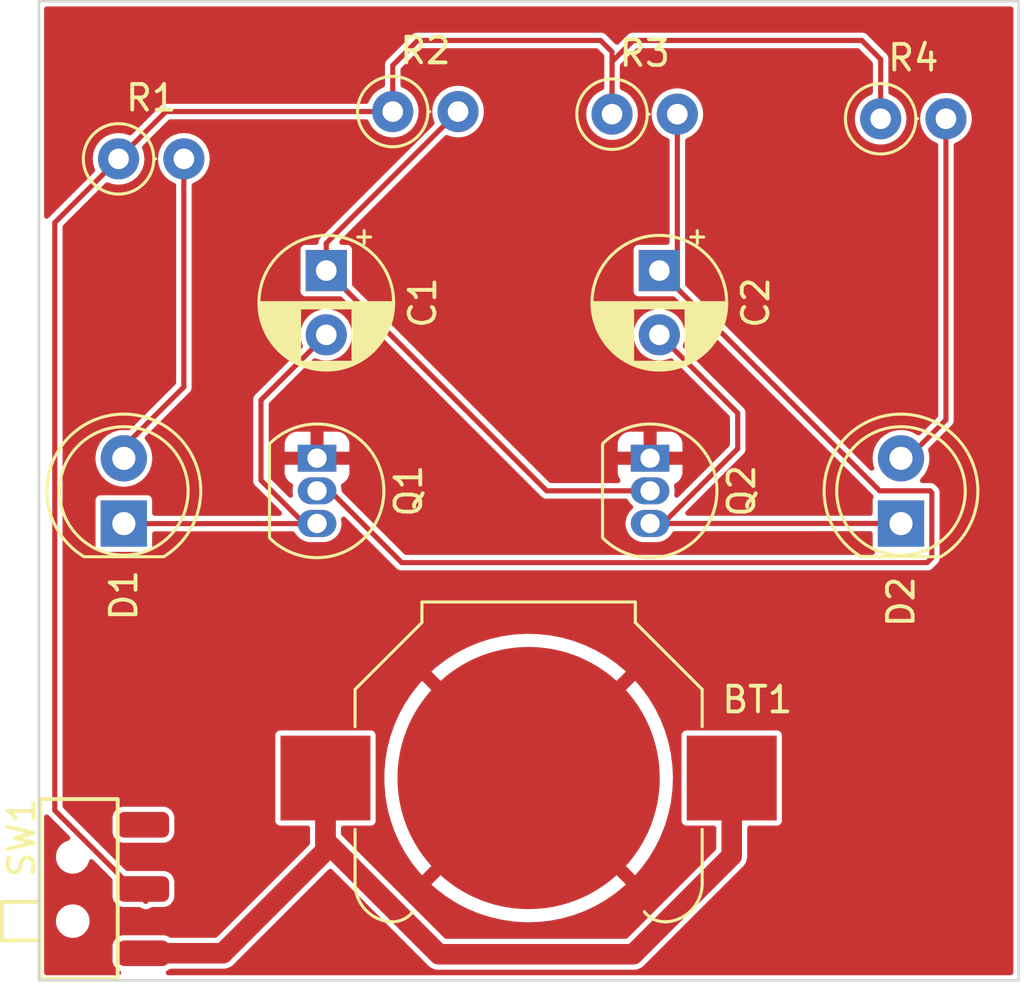
<source format=kicad_pcb>
(kicad_pcb (version 20211014) (generator pcbnew)
  (layers (0 "F.Cu" signal) (31 "B.Cu" signal) (34 "B.Paste" user) (35 "F.Paste" user) (36 "B.SilkS" user "B.Silkscreen") (37 "F.SilkS" user "F.Silkscreen") (38 "B.Mask" user) (39 "F.Mask" user) (44 "Edge.Cuts" user))
  (net 0 "")
  (net 1 "Net-(BT1-Pad1)")
  (net 2 "GND")
  (net 3 "Net-(C1-Pad1)")
  (net 4 "Net-(C1-Pad2)")
  (net 5 "Net-(C2-Pad2)")
  (net 6 "Net-(D1-Pad2)")
  (net 7 "Net-(D2-Pad2)")
  (net 8 "Net-(R1-Pad1)")
  (net 9 "Net-(C2-Pad1)")
  (footprint "LED_THT:LED_D5.0mm" (layer "F.Cu") (at 160.528 96.017 90)
    (fp_text reference "D2" (at -3.043 0 90) (layer "F.SilkS"))
    (fp_text value "LED")
    (fp_line (start -1.29 -1.545) (end -1.29 1.545) (layer "F.SilkS") (width 0.12))
    (fp_arc (start -1.29 -1.54483) (mid 2.072002 -2.880433) (end 4.26 0.000462) (layer "F.SilkS") (width 0.12))
    (fp_arc (start 4.26 -0.000462) (mid 2.072002 2.880433) (end -1.29 1.54483) (layer "F.SilkS") (width 0.12))
    (fp_circle (center 1.27 0) (end 3.77 0) (layer "F.SilkS") (width 0.12) (fill none))
    (pad "1" thru_hole rect (at 0 0 90) (size 1.8 1.8) (drill 0.9) (layers *.Cu *.Mask) (net 5 "Net-(C2-Pad2)"))
    (pad "2" thru_hole circle (at 2.54 0 90) (size 1.8 1.8) (drill 0.9) (layers *.Cu *.Mask) (net 7 "Net-(D2-Pad2)"))
  )
  (footprint "Resistor_THT:R_Axial_DIN0207_L6.3mm_D2.5mm_P2.54mm_Vertical" (layer "F.Cu") (at 149.29 80.084)
    (fp_text reference "R3" (at 1.27 -2.37) (layer "F.SilkS"))
    (fp_text value "100kΩ")
    (fp_line (start 1.37 0) (end 1.44 0) (layer "F.SilkS") (width 0.12))
    (fp_circle (center 0 0) (end 1.37 0) (layer "F.SilkS") (width 0.12) (fill none))
    (pad "1" thru_hole circle (at 0 0) (size 1.6 1.6) (drill 0.8) (layers *.Cu *.Mask) (net 8 "Net-(R1-Pad1)"))
    (pad "2" thru_hole oval (at 2.54 0) (size 1.6 1.6) (drill 0.8) (layers *.Cu *.Mask) (net 9 "Net-(C2-Pad1)"))
  )
  (footprint "Blinky_ZAM:SSK-1202" (layer "F.Cu") (at 131.0636 110.236 90)
    (fp_text reference "SW1" (at 1.99 -4.73 90 unlocked) (layer "F.SilkS"))
    (fp_text value "SW_SPST")
    (fp_rect (start -2 -5.499999) (end -0.5 -4) (layer "F.SilkS") (width 0.1524) (fill none))
    (fp_rect (start -3.500001 -1) (end 3.500001 -4) (layer "F.SilkS") (width 0.1524) (fill none))
    (pad "" np_thru_hole circle (at -1.25 -2.75 90) (size 0.8 0.8) (drill 0.8) (layers F&B.Cu *.Mask))
    (pad "" np_thru_hole circle (at 1.25 -2.75 90) (size 0.8 0.8) (drill 0.8) (layers F&B.Cu *.Mask))
    (pad "1" smd roundrect (at -2.5 0 90) (size 1 2) (layers "F.Cu" "F.Paste" "F.Mask") (net 1 "Net-(BT1-Pad1)"))
    (pad "2" smd roundrect (at 0 0 90) (size 1 2) (layers "F.Cu" "F.Paste" "F.Mask") (net 8 "Net-(R1-Pad1)"))
    (pad "3" smd roundrect (at 2.5 0 90) (size 1 2) (layers "F.Cu" "F.Paste" "F.Mask"))
  )
  (footprint "Package_TO_SOT_THT:TO-92_Inline" (layer "F.Cu") (at 150.77 93.472 -90)
    (fp_text reference "Q2" (at 1.27 -3.56 90) (layer "F.SilkS"))
    (fp_text value "2N3904")
    (fp_line (start -0.53 1.85) (end 3.07 1.85) (layer "F.SilkS") (width 0.12))
    (fp_arc (start 1.27 -2.6) (mid 3.672087 -0.994977) (end 3.108478 1.838478) (layer "F.SilkS") (width 0.12))
    (fp_arc (start -0.568478 1.838478) (mid -1.132087 -0.994977) (end 1.27 -2.6) (layer "F.SilkS") (width 0.12))
    (pad "1" thru_hole rect (at 0 0 270) (size 1.05 1.5) (drill 0.75) (layers *.Cu *.Mask) (net 2 "GND"))
    (pad "2" thru_hole oval (at 1.27 0 270) (size 1.05 1.5) (drill 0.75) (layers *.Cu *.Mask) (net 3 "Net-(C1-Pad1)"))
    (pad "3" thru_hole oval (at 2.54 0 270) (size 1.05 1.5) (drill 0.75) (layers *.Cu *.Mask) (net 5 "Net-(C2-Pad2)"))
  )
  (footprint "Resistor_THT:R_Axial_DIN0207_L6.3mm_D2.5mm_P2.54mm_Vertical" (layer "F.Cu") (at 159.737 80.264)
    (fp_text reference "R4" (at 1.27 -2.37) (layer "F.SilkS"))
    (fp_text value "220Ω")
    (fp_line (start 1.37 0) (end 1.44 0) (layer "F.SilkS") (width 0.12))
    (fp_circle (center 0 0) (end 1.37 0) (layer "F.SilkS") (width 0.12) (fill none))
    (pad "1" thru_hole circle (at 0 0) (size 1.6 1.6) (drill 0.8) (layers *.Cu *.Mask) (net 8 "Net-(R1-Pad1)"))
    (pad "2" thru_hole oval (at 2.54 0) (size 1.6 1.6) (drill 0.8) (layers *.Cu *.Mask) (net 7 "Net-(D2-Pad2)"))
  )
  (footprint "Capacitor_THT:CP_Radial_D5.0mm_P2.50mm" (layer "F.Cu") (at 138.176 86.170888 -90)
    (fp_text reference "C1" (at 1.25 -3.75 90) (layer "F.SilkS"))
    (fp_text value "10μF")
    (fp_line (start 3.331 -1.554) (end 3.331 -1.04) (layer "F.SilkS") (width 0.12))
    (fp_line (start 2.211 -2.398) (end 2.211 -1.04) (layer "F.SilkS") (width 0.12))
    (fp_line (start 3.131 1.04) (end 3.131 1.785) (layer "F.SilkS") (width 0.12))
    (fp_line (start 1.41 -2.576) (end 1.41 2.576) (layer "F.SilkS") (width 0.12))
    (fp_line (start 1.61 -2.556) (end 1.61 -1.04) (layer "F.SilkS") (width 0.12))
    (fp_line (start 2.131 1.04) (end 2.131 2.428) (layer "F.SilkS") (width 0.12))
    (fp_line (start 2.451 1.04) (end 2.451 2.29) (layer "F.SilkS") (width 0.12))
    (fp_line (start 1.89 1.04) (end 1.89 2.501) (layer "F.SilkS") (width 0.12))
    (fp_line (start 1.33 -2.579) (end 1.33 2.579) (layer "F.SilkS") (width 0.12))
    (fp_line (start 2.491 1.04) (end 2.491 2.268) (layer "F.SilkS") (width 0.12))
    (fp_line (start 1.73 -2.536) (end 1.73 -1.04) (layer "F.SilkS") (width 0.12))
    (fp_line (start 1.89 -2.501) (end 1.89 -1.04) (layer "F.SilkS") (width 0.12))
    (fp_line (start 2.011 1.04) (end 2.011 2.468) (layer "F.SilkS") (width 0.12))
    (fp_line (start 3.451 -1.383) (end 3.451 -1.04) (layer "F.SilkS") (width 0.12))
    (fp_line (start 3.731 -0.805) (end 3.731 0.805) (layer "F.SilkS") (width 0.12))
    (fp_line (start 1.49 -2.569) (end 1.49 -1.04) (layer "F.SilkS") (width 0.12))
    (fp_line (start 1.29 -2.58) (end 1.29 2.58) (layer "F.SilkS") (width 0.12))
    (fp_line (start 2.171 -2.414) (end 2.171 -1.04) (layer "F.SilkS") (width 0.12))
    (fp_line (start 3.531 -1.251) (end 3.531 -1.04) (layer "F.SilkS") (width 0.12))
    (fp_line (start 1.81 -2.52) (end 1.81 -1.04) (layer "F.SilkS") (width 0.12))
    (fp_line (start 3.651 -1.011) (end 3.651 1.011) (layer "F.SilkS") (width 0.12))
    (fp_line (start 1.65 1.04) (end 1.65 2.55) (layer "F.SilkS") (width 0.12))
    (fp_line (start 3.131 -1.785) (end 3.131 -1.04) (layer "F.SilkS") (width 0.12))
    (fp_line (start 2.291 -2.365) (end 2.291 -1.04) (layer "F.SilkS") (width 0.12))
    (fp_line (start 1.57 -2.561) (end 1.57 -1.04) (layer "F.SilkS") (width 0.12))
    (fp_line (start 3.691 -0.915) (end 3.691 0.915) (layer "F.SilkS") (width 0.12))
    (fp_line (start 1.971 1.04) (end 1.971 2.48) (layer "F.SilkS") (width 0.12))
    (fp_line (start 2.491 -2.268) (end 2.491 -1.04) (layer "F.SilkS") (width 0.12))
    (fp_line (start 2.891 1.04) (end 2.891 2.004) (layer "F.SilkS") (width 0.12))
    (fp_line (start 2.931 -1.971) (end 2.931 -1.04) (layer "F.SilkS") (width 0.12))
    (fp_line (start 3.851 -0.284) (end 3.851 0.284) (layer "F.SilkS") (width 0.12))
    (fp_line (start 2.131 -2.428) (end 2.131 -1.04) (layer "F.SilkS") (width 0.12))
    (fp_line (start 2.091 1.04) (end 2.091 2.442) (layer "F.SilkS") (width 0.12))
    (fp_line (start 2.811 -2.065) (end 2.811 -1.04) (layer "F.SilkS") (width 0.12))
    (fp_line (start 3.371 1.04) (end 3.371 1.5) (layer "F.SilkS") (width 0.12))
    (fp_line (start 1.65 -2.55) (end 1.65 -1.04) (layer "F.SilkS") (width 0.12))
    (fp_line (start 3.491 1.04) (end 3.491 1.319) (layer "F.SilkS") (width 0.12))
    (fp_line (start 2.971 -1.937) (end 2.971 -1.04) (layer "F.SilkS") (width 0.12))
    (fp_line (start 2.291 1.04) (end 2.291 2.365) (layer "F.SilkS") (width 0.12))
    (fp_line (start 3.811 -0.518) (end 3.811 0.518) (layer "F.SilkS") (width 0.12))
    (fp_line (start 3.171 1.04) (end 3.171 1.743) (layer "F.SilkS") (width 0.12))
    (fp_line (start 3.411 1.04) (end 3.411 1.443) (layer "F.SilkS") (width 0.12))
    (fp_line (start 1.85 1.04) (end 1.85 2.511) (layer "F.SilkS") (width 0.12))
    (fp_line (start 3.011 1.04) (end 3.011 1.901) (layer "F.SilkS") (width 0.12))
    (fp_line (start 2.611 1.04) (end 2.611 2.2) (layer "F.SilkS") (width 0.12))
    (fp_line (start 2.451 -2.29) (end 2.451 -1.04) (layer "F.SilkS") (width 0.12))
    (fp_line (start 2.411 1.04) (end 2.411 2.31) (layer "F.SilkS") (width 0.12))
    (fp_line (start 2.011 -2.468) (end 2.011 -1.04) (layer "F.SilkS") (width 0.12))
    (fp_line (start 1.93 1.04) (end 1.93 2.491) (layer "F.SilkS") (width 0.12))
    (fp_line (start 2.371 1.04) (end 2.371 2.329) (layer "F.SilkS") (width 0.12))
    (fp_line (start 2.611 -2.2) (end 2.611 -1.04) (layer "F.SilkS") (width 0.12))
    (fp_line (start 2.731 -2.122) (end 2.731 -1.04) (layer "F.SilkS") (width 0.12))
    (fp_line (start 3.571 -1.178) (end 3.571 1.178) (layer "F.SilkS") (width 0.12))
    (fp_line (start 3.451 1.04) (end 3.451 1.383) (layer "F.SilkS") (width 0.12))
    (fp_line (start 1.85 -2.511) (end 1.85 -1.04) (layer "F.SilkS") (width 0.12))
    (fp_line (start 2.811 1.04) (end 2.811 2.065) (layer "F.SilkS") (width 0.12))
    (fp_line (start 1.77 1.04) (end 1.77 2.528) (layer "F.SilkS") (width 0.12))
    (fp_line (start 3.491 -1.319) (end 3.491 -1.04) (layer "F.SilkS") (width 0.12))
    (fp_line (start 2.331 -2.348) (end 2.331 -1.04) (layer "F.SilkS") (width 0.12))
    (fp_line (start 1.93 -2.491) (end 1.93 -1.04) (layer "F.SilkS") (width 0.12))
    (fp_line (start 2.731 1.04) (end 2.731 2.122) (layer "F.SilkS") (width 0.12))
    (fp_line (start 1.971 -2.48) (end 1.971 -1.04) (layer "F.SilkS") (width 0.12))
    (fp_line (start 2.891 -2.004) (end 2.891 -1.04) (layer "F.SilkS") (width 0.12))
    (fp_line (start 3.371 -1.5) (end 3.371 -1.04) (layer "F.SilkS") (width 0.12))
    (fp_line (start 1.69 -2.543) (end 1.69 -1.04) (layer "F.SilkS") (width 0.12))
    (fp_line (start 2.251 1.04) (end 2.251 2.382) (layer "F.SilkS") (width 0.12))
    (fp_line (start 2.251 -2.382) (end 2.251 -1.04) (layer "F.SilkS") (width 0.12))
    (fp_line (start 1.81 1.04) (end 1.81 2.52) (layer "F.SilkS") (width 0.12))
    (fp_line (start 2.411 -2.31) (end 2.411 -1.04) (layer "F.SilkS") (width 0.12))
    (fp_line (start 2.651 1.04) (end 2.651 2.175) (layer "F.SilkS") (width 0.12))
    (fp_line (start 2.571 -2.224) (end 2.571 -1.04) (layer "F.SilkS") (width 0.12))
    (fp_line (start 2.371 -2.329) (end 2.371 -1.04) (layer "F.SilkS") (width 0.12))
    (fp_line (start 1.57 1.04) (end 1.57 2.561) (layer "F.SilkS") (width 0.12))
    (fp_line (start 3.211 -1.699) (end 3.211 -1.04) (layer "F.SilkS") (width 0.12))
    (fp_line (start 2.771 -2.095) (end 2.771 -1.04) (layer "F.SilkS") (width 0.12))
    (fp_line (start 1.53 1.04) (end 1.53 2.565) (layer "F.SilkS") (width 0.12))
    (fp_line (start 2.571 1.04) (end 2.571 2.224) (layer "F.SilkS") (width 0.12))
    (fp_line (start 1.61 1.04) (end 1.61 2.556) (layer "F.SilkS") (width 0.12))
    (fp_line (start 2.051 -2.455) (end 2.051 -1.04) (layer "F.SilkS") (width 0.12))
    (fp_line (start 3.611 -1.098) (end 3.611 1.098) (layer "F.SilkS") (width 0.12))
    (fp_line (start 1.69 1.04) (end 1.69 2.543) (layer "F.SilkS") (width 0.12))
    (fp_line (start 2.971 1.04) (end 2.971 1.937) (layer "F.SilkS") (width 0.12))
    (fp_line (start 3.771 -0.677) (end 3.771 0.677) (layer "F.SilkS") (width 0.12))
    (fp_line (start 2.531 -2.247) (end 2.531 -1.04) (layer "F.SilkS") (width 0.12))
    (fp_line (start 1.45 -2.573) (end 1.45 2.573) (layer "F.SilkS") (width 0.12))
    (fp_line (start 2.211 1.04) (end 2.211 2.398) (layer "F.SilkS") (width 0.12))
    (fp_line (start 2.171 1.04) (end 2.171 2.414) (layer "F.SilkS") (width 0.12))
    (fp_line (start 3.531 1.04) (end 3.531 1.251) (layer "F.SilkS") (width 0.12))
    (fp_line (start 2.091 -2.442) (end 2.091 -1.04) (layer "F.SilkS") (width 0.12))
    (fp_line (start 3.251 1.04) (end 3.251 1.653) (layer "F.SilkS") (width 0.12))
    (fp_line (start 1.73 1.04) (end 1.73 2.536) (layer "F.SilkS") (width 0.12))
    (fp_line (start 2.531 1.04) (end 2.531 2.247) (layer "F.SilkS") (width 0.12))
    (fp_line (start 3.051 1.04) (end 3.051 1.864) (layer "F.SilkS") (width 0.12))
    (fp_line (start 3.091 1.04) (end 3.091 1.826) (layer "F.SilkS") (width 0.12))
    (fp_line (start 2.651 -2.175) (end 2.651 -1.04) (layer "F.SilkS") (width 0.12))
    (fp_line (start 3.051 -1.864) (end 3.051 -1.04) (layer "F.SilkS") (width 0.12))
    (fp_line (start 2.051 1.04) (end 2.051 2.455) (layer "F.SilkS") (width 0.12))
    (fp_line (start 1.77 -2.528) (end 1.77 -1.04) (layer "F.SilkS") (width 0.12))
    (fp_line (start -1.554775 -1.475) (end -1.054775 -1.475) (layer "F.SilkS") (width 0.12))
    (fp_line (start 3.211 1.04) (end 3.211 1.699) (layer "F.SilkS") (width 0.12))
    (fp_line (start 3.011 -1.901) (end 3.011 -1.04) (layer "F.SilkS") (width 0.12))
    (fp_line (start 2.771 1.04) (end 2.771 2.095) (layer "F.SilkS") (width 0.12))
    (fp_line (start 2.331 1.04) (end 2.331 2.348) (layer "F.SilkS") (width 0.12))
    (fp_line (start 3.331 1.04) (end 3.331 1.554) (layer "F.SilkS") (width 0.12))
    (fp_line (start 3.411 -1.443) (end 3.411 -1.04) (layer "F.SilkS") (width 0.12))
    (fp_line (start 2.851 -2.035) (end 2.851 -1.04) (layer "F.SilkS") (width 0.12))
    (fp_line (start 1.49 1.04) (end 1.49 2.569) (layer "F.SilkS") (width 0.12))
    (fp_line (start 2.851 1.04) (end 2.851 2.035) (layer "F.SilkS") (width 0.12))
    (fp_line (start 3.251 -1.653) (end 3.251 -1.04) (layer "F.SilkS") (width 0.12))
    (fp_line (start 1.37 -2.578) (end 1.37 2.578) (layer "F.SilkS") (width 0.12))
    (fp_line (start 2.931 1.04) (end 2.931 1.971) (layer "F.SilkS") (width 0.12))
    (fp_line (start 1.53 -2.565) (end 1.53 -1.04) (layer "F.SilkS") (width 0.12))
    (fp_line (start 3.091 -1.826) (end 3.091 -1.04) (layer "F.SilkS") (width 0.12))
    (fp_line (start 3.291 -1.605) (end 3.291 -1.04) (layer "F.SilkS") (width 0.12))
    (fp_line (start -1.304775 -1.725) (end -1.304775 -1.225) (layer "F.SilkS") (width 0.12))
    (fp_line (start 2.691 -2.149) (end 2.691 -1.04) (layer "F.SilkS") (width 0.12))
    (fp_line (start 2.691 1.04) (end 2.691 2.149) (layer "F.SilkS") (width 0.12))
    (fp_line (start 3.171 -1.743) (end 3.171 -1.04) (layer "F.SilkS") (width 0.12))
    (fp_line (start 3.291 1.04) (end 3.291 1.605) (layer "F.SilkS") (width 0.12))
    (fp_line (start 1.25 -2.58) (end 1.25 2.58) (layer "F.SilkS") (width 0.12))
    (fp_circle (center 1.25 0) (end 3.87 0) (layer "F.SilkS") (width 0.12) (fill none))
    (pad "1" thru_hole rect (at 0 0 270) (size 1.6 1.6) (drill 0.8) (layers *.Cu *.Mask) (net 3 "Net-(C1-Pad1)"))
    (pad "2" thru_hole circle (at 2.5 0 270) (size 1.6 1.6) (drill 0.8) (layers *.Cu *.Mask) (net 4 "Net-(C1-Pad2)"))
  )
  (footprint "Resistor_THT:R_Axial_DIN0207_L6.3mm_D2.5mm_P2.54mm_Vertical" (layer "F.Cu") (at 130.097 81.824)
    (fp_text reference "R1" (at 1.27 -2.37) (layer "F.SilkS"))
    (fp_text value "220Ω")
    (fp_line (start 1.37 0) (end 1.44 0) (layer "F.SilkS") (width 0.12))
    (fp_circle (center 0 0) (end 1.37 0) (layer "F.SilkS") (width 0.12) (fill none))
    (pad "1" thru_hole circle (at 0 0) (size 1.6 1.6) (drill 0.8) (layers *.Cu *.Mask) (net 8 "Net-(R1-Pad1)"))
    (pad "2" thru_hole oval (at 2.54 0) (size 1.6 1.6) (drill 0.8) (layers *.Cu *.Mask) (net 6 "Net-(D1-Pad2)"))
  )
  (footprint "Battery:BatteryHolder_Keystone_3000_1x12mm" (layer "F.Cu") (at 146.045 105.918)
    (fp_text reference "BT1" (at 8.895 -3.048) (layer "F.SilkS"))
    (fp_text value "Battery_Cell")
    (fp_line (start 4.15 -6.85) (end 4.15 -6.05) (layer "F.SilkS") (width 0.12))
    (fp_line (start -4.15 -6.85) (end 4.15 -6.85) (layer "F.SilkS") (width 0.12))
    (fp_line (start -4.15 -6.05) (end -4.15 -6.85) (layer "F.SilkS") (width 0.12))
    (fp_line (start -6.75 2) (end -6.75 4.1) (layer "F.SilkS") (width 0.12))
    (fp_line (start -6.75 -3.45) (end -4.15 -6.05) (layer "F.SilkS") (width 0.12))
    (fp_line (start -6.75 -2) (end -6.75 -3.45) (layer "F.SilkS") (width 0.12))
    (fp_line (start 6.75 -3.45) (end 6.75 -2) (layer "F.SilkS") (width 0.12))
    (fp_line (start 4.15 -6.05) (end 6.75 -3.45) (layer "F.SilkS") (width 0.12))
    (fp_line (start 6.75 2) (end 6.75 4.1) (layer "F.SilkS") (width 0.12))
    (fp_arc (start -5.3 5.6) (mid -6.346016 5.125305) (end -6.75 4.05) (layer "F.SilkS") (width 0.12))
    (fp_arc (start 6.75 4.05) (mid 6.346016 5.125305) (end 5.3 5.6) (layer "F.SilkS") (width 0.12))
    (fp_arc (start 5.414615 5.58416) (mid 4.90584 5.514615) (end 4.5 5.2) (layer "F.SilkS") (width 0.12))
    (fp_arc (start -4.5 5.2) (mid -4.90584 5.514615) (end -5.414615 5.58416) (layer "F.SilkS") (width 0.12))
    (pad "1" smd rect (at 7.9 0) (size 3.5 3.3) (layers "F.Cu" "F.Paste" "F.Mask") (net 1 "Net-(BT1-Pad1)"))
    (pad "1" smd rect (at -7.9 0) (size 3.5 3.3) (layers "F.Cu" "F.Paste" "F.Mask") (net 1 "Net-(BT1-Pad1)"))
    (pad "2" smd circle (at 0 0) (size 10.2 10.2) (layers "F.Cu" "F.Mask") (net 2 "GND"))
  )
  (footprint "LED_THT:LED_D5.0mm" (layer "F.Cu") (at 130.302 96.017 90)
    (fp_text reference "D1" (at -2.789 0 90) (layer "F.SilkS"))
    (fp_text value "LED")
    (fp_line (start -1.29 -1.545) (end -1.29 1.545) (layer "F.SilkS") (width 0.12))
    (fp_arc (start 4.26 -0.000462) (mid 2.072002 2.880433) (end -1.29 1.54483) (layer "F.SilkS") (width 0.12))
    (fp_arc (start -1.29 -1.54483) (mid 2.072002 -2.880433) (end 4.26 0.000462) (layer "F.SilkS") (width 0.12))
    (fp_circle (center 1.27 0) (end 3.77 0) (layer "F.SilkS") (width 0.12) (fill none))
    (pad "1" thru_hole rect (at 0 0 90) (size 1.8 1.8) (drill 0.9) (layers *.Cu *.Mask) (net 4 "Net-(C1-Pad2)"))
    (pad "2" thru_hole circle (at 2.54 0 90) (size 1.8 1.8) (drill 0.9) (layers *.Cu *.Mask) (net 6 "Net-(D1-Pad2)"))
  )
  (footprint "Package_TO_SOT_THT:TO-92_Inline" (layer "F.Cu") (at 137.816 93.472 -90)
    (fp_text reference "Q1" (at 1.27 -3.56 90) (layer "F.SilkS"))
    (fp_text value "2N3904")
    (fp_line (start -0.53 1.85) (end 3.07 1.85) (layer "F.SilkS") (width 0.12))
    (fp_arc (start 1.27 -2.6) (mid 3.672087 -0.994977) (end 3.108478 1.838478) (layer "F.SilkS") (width 0.12))
    (fp_arc (start -0.568478 1.838478) (mid -1.132087 -0.994977) (end 1.27 -2.6) (layer "F.SilkS") (width 0.12))
    (pad "1" thru_hole rect (at 0 0 270) (size 1.05 1.5) (drill 0.75) (layers *.Cu *.Mask) (net 2 "GND"))
    (pad "2" thru_hole oval (at 1.27 0 270) (size 1.05 1.5) (drill 0.75) (layers *.Cu *.Mask) (net 9 "Net-(C2-Pad1)"))
    (pad "3" thru_hole oval (at 2.54 0 270) (size 1.05 1.5) (drill 0.75) (layers *.Cu *.Mask) (net 4 "Net-(C1-Pad2)"))
  )
  (footprint "Resistor_THT:R_Axial_DIN0207_L6.3mm_D2.5mm_P2.54mm_Vertical" (layer "F.Cu") (at 140.76 79.984)
    (fp_text reference "R2" (at 1.27 -2.37) (layer "F.SilkS"))
    (fp_text value "100kΩ")
    (fp_line (start 1.37 0) (end 1.44 0) (layer "F.SilkS") (width 0.12))
    (fp_circle (center 0 0) (end 1.37 0) (layer "F.SilkS") (width 0.12) (fill none))
    (pad "1" thru_hole circle (at 0 0) (size 1.6 1.6) (drill 0.8) (layers *.Cu *.Mask) (net 8 "Net-(R1-Pad1)"))
    (pad "2" thru_hole oval (at 2.54 0) (size 1.6 1.6) (drill 0.8) (layers *.Cu *.Mask) (net 3 "Net-(C1-Pad1)"))
  )
  (footprint "Capacitor_THT:CP_Radial_D5.0mm_P2.50mm" (layer "F.Cu") (at 151.13 86.170888 -90)
    (fp_text reference "C2" (at 1.25 -3.75 90) (layer "F.SilkS"))
    (fp_text value "10μF")
    (fp_line (start 2.011 -2.468) (end 2.011 -1.04) (layer "F.SilkS") (width 0.12))
    (fp_line (start 3.451 -1.383) (end 3.451 -1.04) (layer "F.SilkS") (width 0.12))
    (fp_line (start 2.211 -2.398) (end 2.211 -1.04) (layer "F.SilkS") (width 0.12))
    (fp_line (start 2.291 -2.365) (end 2.291 -1.04) (layer "F.SilkS") (width 0.12))
    (fp_line (start 2.411 -2.31) (end 2.411 -1.04) (layer "F.SilkS") (width 0.12))
    (fp_line (start 2.531 1.04) (end 2.531 2.247) (layer "F.SilkS") (width 0.12))
    (fp_line (start 1.69 1.04) (end 1.69 2.543) (layer "F.SilkS") (width 0.12))
    (fp_line (start 2.771 -2.095) (end 2.771 -1.04) (layer "F.SilkS") (width 0.12))
    (fp_line (start 2.331 1.04) (end 2.331 2.348) (layer "F.SilkS") (width 0.12))
    (fp_line (start 3.611 -1.098) (end 3.611 1.098) (layer "F.SilkS") (width 0.12))
    (fp_line (start 2.291 1.04) (end 2.291 2.365) (layer "F.SilkS") (width 0.12))
    (fp_line (start 2.051 1.04) (end 2.051 2.455) (layer "F.SilkS") (width 0.12))
    (fp_line (start 2.811 1.04) (end 2.811 2.065) (layer "F.SilkS") (width 0.12))
    (fp_line (start 3.531 -1.251) (end 3.531 -1.04) (layer "F.SilkS") (width 0.12))
    (fp_line (start 2.811 -2.065) (end 2.811 -1.04) (layer "F.SilkS") (width 0.12))
    (fp_line (start 2.131 -2.428) (end 2.131 -1.04) (layer "F.SilkS") (width 0.12))
    (fp_line (start 1.57 1.04) (end 1.57 2.561) (layer "F.SilkS") (width 0.12))
    (fp_line (start 1.77 -2.528) (end 1.77 -1.04) (layer "F.SilkS") (width 0.12))
    (fp_line (start 3.331 1.04) (end 3.331 1.554) (layer "F.SilkS") (width 0.12))
    (fp_line (start 1.61 1.04) (end 1.61 2.556) (layer "F.SilkS") (width 0.12))
    (fp_line (start 3.051 1.04) (end 3.051 1.864) (layer "F.SilkS") (width 0.12))
    (fp_line (start 2.051 -2.455) (end 2.051 -1.04) (layer "F.SilkS") (width 0.12))
    (fp_line (start 3.491 1.04) (end 3.491 1.319) (layer "F.SilkS") (width 0.12))
    (fp_line (start 1.73 -2.536) (end 1.73 -1.04) (layer "F.SilkS") (width 0.12))
    (fp_line (start 3.251 -1.653) (end 3.251 -1.04) (layer "F.SilkS") (width 0.12))
    (fp_line (start 1.49 -2.569) (end 1.49 -1.04) (layer "F.SilkS") (width 0.12))
    (fp_line (start 2.851 1.04) (end 2.851 2.035) (layer "F.SilkS") (width 0.12))
    (fp_line (start 2.131 1.04) (end 2.131 2.428) (layer "F.SilkS") (width 0.12))
    (fp_line (start 3.291 -1.605) (end 3.291 -1.04) (layer "F.SilkS") (width 0.12))
    (fp_line (start 2.491 1.04) (end 2.491 2.268) (layer "F.SilkS") (width 0.12))
    (fp_line (start 2.971 -1.937) (end 2.971 -1.04) (layer "F.SilkS") (width 0.12))
    (fp_line (start 1.33 -2.579) (end 1.33 2.579) (layer "F.SilkS") (width 0.12))
    (fp_line (start 2.251 -2.382) (end 2.251 -1.04) (layer "F.SilkS") (width 0.12))
    (fp_line (start 1.971 -2.48) (end 1.971 -1.04) (layer "F.SilkS") (width 0.12))
    (fp_line (start 3.571 -1.178) (end 3.571 1.178) (layer "F.SilkS") (width 0.12))
    (fp_line (start 2.931 1.04) (end 2.931 1.971) (layer "F.SilkS") (width 0.12))
    (fp_line (start 2.691 -2.149) (end 2.691 -1.04) (layer "F.SilkS") (width 0.12))
    (fp_line (start 2.251 1.04) (end 2.251 2.382) (layer "F.SilkS") (width 0.12))
    (fp_line (start 3.171 -1.743) (end 3.171 -1.04) (layer "F.SilkS") (width 0.12))
    (fp_line (start 2.971 1.04) (end 2.971 1.937) (layer "F.SilkS") (width 0.12))
    (fp_line (start 1.85 1.04) (end 1.85 2.511) (layer "F.SilkS") (width 0.12))
    (fp_line (start 3.771 -0.677) (end 3.771 0.677) (layer "F.SilkS") (width 0.12))
    (fp_line (start 1.29 -2.58) (end 1.29 2.58) (layer "F.SilkS") (width 0.12))
    (fp_line (start 1.49 1.04) (end 1.49 2.569) (layer "F.SilkS") (width 0.12))
    (fp_line (start 2.371 1.04) (end 2.371 2.329) (layer "F.SilkS") (width 0.12))
    (fp_line (start 3.371 1.04) (end 3.371 1.5) (layer "F.SilkS") (width 0.12))
    (fp_line (start -1.554775 -1.475) (end -1.054775 -1.475) (layer "F.SilkS") (width 0.12))
    (fp_line (start 1.45 -2.573) (end 1.45 2.573) (layer "F.SilkS") (width 0.12))
    (fp_line (start 2.611 1.04) (end 2.611 2.2) (layer "F.SilkS") (width 0.12))
    (fp_line (start 1.69 -2.543) (end 1.69 -1.04) (layer "F.SilkS") (width 0.12))
    (fp_line (start 1.89 -2.501) (end 1.89 -1.04) (layer "F.SilkS") (width 0.12))
    (fp_line (start 1.41 -2.576) (end 1.41 2.576) (layer "F.SilkS") (width 0.12))
    (fp_line (start 3.011 1.04) (end 3.011 1.901) (layer "F.SilkS") (width 0.12))
    (fp_line (start 2.531 -2.247) (end 2.531 -1.04) (layer "F.SilkS") (width 0.12))
    (fp_line (start 3.211 1.04) (end 3.211 1.699) (layer "F.SilkS") (width 0.12))
    (fp_line (start 1.73 1.04) (end 1.73 2.536) (layer "F.SilkS") (width 0.12))
    (fp_line (start 1.85 -2.511) (end 1.85 -1.04) (layer "F.SilkS") (width 0.12))
    (fp_line (start 2.611 -2.2) (end 2.611 -1.04) (layer "F.SilkS") (width 0.12))
    (fp_line (start 3.211 -1.699) (end 3.211 -1.04) (layer "F.SilkS") (width 0.12))
    (fp_line (start 2.211 1.04) (end 2.211 2.398) (layer "F.SilkS") (width 0.12))
    (fp_line (start 1.53 -2.565) (end 1.53 -1.04) (layer "F.SilkS") (width 0.12))
    (fp_line (start 2.771 1.04) (end 2.771 2.095) (layer "F.SilkS") (width 0.12))
    (fp_line (start 2.891 -2.004) (end 2.891 -1.04) (layer "F.SilkS") (width 0.12))
    (fp_line (start 2.571 1.04) (end 2.571 2.224) (layer "F.SilkS") (width 0.12))
    (fp_line (start 2.491 -2.268) (end 2.491 -1.04) (layer "F.SilkS") (width 0.12))
    (fp_line (start 1.53 1.04) (end 1.53 2.565) (layer "F.SilkS") (width 0.12))
    (fp_line (start 3.371 -1.5) (end 3.371 -1.04) (layer "F.SilkS") (width 0.12))
    (fp_line (start 1.81 -2.52) (end 1.81 -1.04) (layer "F.SilkS") (width 0.12))
    (fp_line (start 2.011 1.04) (end 2.011 2.468) (layer "F.SilkS") (width 0.12))
    (fp_line (start 3.091 1.04) (end 3.091 1.826) (layer "F.SilkS") (width 0.12))
    (fp_line (start 2.651 1.04) (end 2.651 2.175) (layer "F.SilkS") (width 0.12))
    (fp_line (start 2.651 -2.175) (end 2.651 -1.04) (layer "F.SilkS") (width 0.12))
    (fp_line (start 3.811 -0.518) (end 3.811 0.518) (layer "F.SilkS") (width 0.12))
    (fp_line (start 3.411 1.04) (end 3.411 1.443) (layer "F.SilkS") (width 0.12))
    (fp_line (start 1.25 -2.58) (end 1.25 2.58) (layer "F.SilkS") (width 0.12))
    (fp_line (start 2.371 -2.329) (end 2.371 -1.04) (layer "F.SilkS") (width 0.12))
    (fp_line (start 1.37 -2.578) (end 1.37 2.578) (layer "F.SilkS") (width 0.12))
    (fp_line (start 3.411 -1.443) (end 3.411 -1.04) (layer "F.SilkS") (width 0.12))
    (fp_line (start 3.731 -0.805) (end 3.731 0.805) (layer "F.SilkS") (width 0.12))
    (fp_line (start 3.451 1.04) (end 3.451 1.383) (layer "F.SilkS") (width 0.12))
    (fp_line (start 2.851 -2.035) (end 2.851 -1.04) (layer "F.SilkS") (width 0.12))
    (fp_line (start 1.81 1.04) (end 1.81 2.52) (layer "F.SilkS") (width 0.12))
    (fp_line (start 2.171 -2.414) (end 2.171 -1.04) (layer "F.SilkS") (width 0.12))
    (fp_line (start 3.131 1.04) (end 3.131 1.785) (layer "F.SilkS") (width 0.12))
    (fp_line (start 1.65 1.04) (end 1.65 2.55) (layer "F.SilkS") (width 0.12))
    (fp_line (start 2.451 1.04) (end 2.451 2.29) (layer "F.SilkS") (width 0.12))
    (fp_line (start 2.571 -2.224) (end 2.571 -1.04) (layer "F.SilkS") (width 0.12))
    (fp_line (start 3.171 1.04) (end 3.171 1.743) (layer "F.SilkS") (width 0.12))
    (fp_line (start 1.93 1.04) (end 1.93 2.491) (layer "F.SilkS") (width 0.12))
    (fp_line (start 3.011 -1.901) (end 3.011 -1.04) (layer "F.SilkS") (width 0.12))
    (fp_line (start 2.171 1.04) (end 2.171 2.414) (layer "F.SilkS") (width 0.12))
    (fp_line (start 3.491 -1.319) (end 3.491 -1.04) (layer "F.SilkS") (width 0.12))
    (fp_line (start 2.731 1.04) (end 2.731 2.122) (layer "F.SilkS") (width 0.12))
    (fp_line (start 1.61 -2.556) (end 1.61 -1.04) (layer "F.SilkS") (width 0.12))
    (fp_line (start 3.691 -0.915) (end 3.691 0.915) (layer "F.SilkS") (width 0.12))
    (fp_line (start 2.691 1.04) (end 2.691 2.149) (layer "F.SilkS") (width 0.12))
    (fp_line (start 2.331 -2.348) (end 2.331 -1.04) (layer "F.SilkS") (width 0.12))
    (fp_line (start 2.891 1.04) (end 2.891 2.004) (layer "F.SilkS") (width 0.12))
    (fp_line (start 3.331 -1.554) (end 3.331 -1.04) (layer "F.SilkS") (width 0.12))
    (fp_line (start 2.731 -2.122) (end 2.731 -1.04) (layer "F.SilkS") (width 0.12))
    (fp_line (start 1.89 1.04) (end 1.89 2.501) (layer "F.SilkS") (width 0.12))
    (fp_line (start 2.931 -1.971) (end 2.931 -1.04) (layer "F.SilkS") (width 0.12))
    (fp_line (start 2.091 -2.442) (end 2.091 -1.04) (layer "F.SilkS") (width 0.12))
    (fp_line (start 3.131 -1.785) (end 3.131 -1.04) (layer "F.SilkS") (width 0.12))
    (fp_line (start 3.851 -0.284) (end 3.851 0.284) (layer "F.SilkS") (width 0.12))
    (fp_line (start 1.65 -2.55) (end 1.65 -1.04) (layer "F.SilkS") (width 0.12))
    (fp_line (start 3.051 -1.864) (end 3.051 -1.04) (layer "F.SilkS") (width 0.12))
    (fp_line (start -1.304775 -1.725) (end -1.304775 -1.225) (layer "F.SilkS") (width 0.12))
    (fp_line (start 1.57 -2.561) (end 1.57 -1.04) (layer "F.SilkS") (width 0.12))
    (fp_line (start 1.93 -2.491) (end 1.93 -1.04) (layer "F.SilkS") (width 0.12))
    (fp_line (start 3.251 1.04) (end 3.251 1.653) (layer "F.SilkS") (width 0.12))
    (fp_line (start 2.091 1.04) (end 2.091 2.442) (layer "F.SilkS") (width 0.12))
    (fp_line (start 2.451 -2.29) (end 2.451 -1.04) (layer "F.SilkS") (width 0.12))
    (fp_line (start 3.531 1.04) (end 3.531 1.251) (layer "F.SilkS") (width 0.12))
    (fp_line (start 2.411 1.04) (end 2.411 2.31) (layer "F.SilkS") (width 0.12))
    (fp_line (start 1.971 1.04) (end 1.971 2.48) (layer "F.SilkS") (width 0.12))
    (fp_line (start 3.091 -1.826) (end 3.091 -1.04) (layer "F.SilkS") (width 0.12))
    (fp_line (start 3.291 1.04) (end 3.291 1.605) (layer "F.SilkS") (width 0.12))
    (fp_line (start 1.77 1.04) (end 1.77 2.528) (layer "F.SilkS") (width 0.12))
    (fp_line (start 3.651 -1.011) (end 3.651 1.011) (layer "F.SilkS") (width 0.12))
    (fp_circle (center 1.25 0) (end 3.87 0) (layer "F.SilkS") (width 0.12) (fill none))
    (pad "1" thru_hole rect (at 0 0 270) (size 1.6 1.6) (drill 0.8) (layers *.Cu *.Mask) (net 9 "Net-(C2-Pad1)"))
    (pad "2" thru_hole circle (at 2.5 0 270) (size 1.6 1.6) (drill 0.8) (layers *.Cu *.Mask) (net 5 "Net-(C2-Pad2)"))
  )
  (gr_rect (start 127 75.692) (end 165.1 113.792) (layer "Edge.Cuts") (width 0.1) (fill none))
  (segment (start 138.145 108.368) (end 138.145 105.918) (width 0.8) (layer "F.Cu") (net 1))
  (segment (start 142.553 112.776) (end 138.145 108.368) (width 0.8) (layer "F.Cu") (net 1))
  (segment (start 153.945 105.918) (end 153.945 108.945) (width 0.8) (layer "F.Cu") (net 1))
  (segment (start 138.145 108.743) (end 134.152 112.736) (width 0.8) (layer "F.Cu") (net 1))
  (segment (start 153.945 108.945) (end 150.114 112.776) (width 0.8) (layer "F.Cu") (net 1))
  (segment (start 134.152 112.736) (end 131.0636 112.736) (width 0.8) (layer "F.Cu") (net 1))
  (segment (start 150.114 112.776) (end 142.553 112.776) (width 0.8) (layer "F.Cu") (net 1))
  (segment (start 138.145 105.918) (end 138.145 108.743) (width 0.8) (layer "F.Cu") (net 1))
  (segment (start 143.3 79.984) (end 138.176 85.108) (width 0.2) (layer "F.Cu") (net 3))
  (segment (start 146.747112 94.742) (end 150.77 94.742) (width 0.2) (layer "F.Cu") (net 3))
  (segment (start 138.176 85.108) (end 138.176 86.170888) (width 0.2) (layer "F.Cu") (net 3))
  (segment (start 138.176 86.170888) (end 146.747112 94.742) (width 0.2) (layer "F.Cu") (net 3))
  (segment (start 135.636 91.210888) (end 135.636 94.332) (width 0.2) (layer "F.Cu") (net 4))
  (segment (start 130.302 96.017) (end 137.811 96.017) (width 0.2) (layer "F.Cu") (net 4))
  (segment (start 138.176 88.670888) (end 135.636 91.210888) (width 0.2) (layer "F.Cu") (net 4))
  (segment (start 135.636 94.332) (end 137.316 96.012) (width 0.2) (layer "F.Cu") (net 4))
  (segment (start 137.811 96.017) (end 137.816 96.012) (width 0.2) (layer "F.Cu") (net 4))
  (segment (start 137.316 96.012) (end 137.816 96.012) (width 0.2) (layer "F.Cu") (net 4))
  (segment (start 154.178 91.718888) (end 154.178 93.104) (width 0.2) (layer "F.Cu") (net 5))
  (segment (start 150.77 96.012) (end 160.523 96.012) (width 0.2) (layer "F.Cu") (net 5))
  (segment (start 151.13 88.670888) (end 154.178 91.718888) (width 0.2) (layer "F.Cu") (net 5))
  (segment (start 151.27 96.012) (end 150.77 96.012) (width 0.2) (layer "F.Cu") (net 5))
  (segment (start 154.178 93.104) (end 151.27 96.012) (width 0.2) (layer "F.Cu") (net 5))
  (segment (start 160.523 96.012) (end 160.528 96.017) (width 0.2) (layer "F.Cu") (net 5))
  (segment (start 132.637 90.698888) (end 129.604888 93.731) (width 0.2) (layer "F.Cu") (net 6))
  (segment (start 132.637 81.824) (end 132.637 90.698888) (width 0.2) (layer "F.Cu") (net 6))
  (segment (start 162.277 80.264) (end 162.277 91.982) (width 0.2) (layer "F.Cu") (net 7))
  (segment (start 162.277 91.982) (end 160.528 93.731) (width 0.2) (layer "F.Cu") (net 7))
  (segment (start 127.61649 107.18089) (end 127.61649 84.30451) (width 0.2) (layer "F.Cu") (net 8))
  (segment (start 148.844 77.216) (end 149.29 77.662) (width 0.2) (layer "F.Cu") (net 8))
  (segment (start 127.61649 84.30451) (end 130.097 81.824) (width 0.2) (layer "F.Cu") (net 8))
  (segment (start 159.737 77.949) (end 159.737 80.264) (width 0.2) (layer "F.Cu") (net 8))
  (segment (start 131.1556 110.72) (end 127.61649 107.18089) (width 0.2) (layer "F.Cu") (net 8))
  (segment (start 131.937 79.984) (end 140.76 79.984) (width 0.2) (layer "F.Cu") (net 8))
  (segment (start 149.29 77.662) (end 149.29 80.084) (width 0.2) (layer "F.Cu") (net 8))
  (segment (start 141.732 77.216) (end 148.844 77.216) (width 0.2) (layer "F.Cu") (net 8))
  (segment (start 149.29 78.04) (end 150.114 77.216) (width 0.2) (layer "F.Cu") (net 8))
  (segment (start 140.76 78.188) (end 141.732 77.216) (width 0.2) (layer "F.Cu") (net 8))
  (segment (start 140.76 79.984) (end 140.76 78.188) (width 0.2) (layer "F.Cu") (net 8))
  (segment (start 159.004 77.216) (end 159.737 77.949) (width 0.2) (layer "F.Cu") (net 8))
  (segment (start 130.097 81.824) (end 131.937 79.984) (width 0.2) (layer "F.Cu") (net 8))
  (segment (start 150.114 77.216) (end 159.004 77.216) (width 0.2) (layer "F.Cu") (net 8))
  (segment (start 149.29 80.084) (end 149.29 78.04) (width 0.2) (layer "F.Cu") (net 8))
  (segment (start 151.83 80.084) (end 151.83 85.470888) (width 0.2) (layer "F.Cu") (net 9))
  (segment (start 138.316 94.742) (end 137.816 94.742) (width 0.2) (layer "F.Cu") (net 9))
  (segment (start 161.727511 94.817489) (end 161.727511 97.352489) (width 0.2) (layer "F.Cu") (net 9))
  (segment (start 159.701112 94.742) (end 161.652022 94.742) (width 0.2) (layer "F.Cu") (net 9))
  (segment (start 141.11 97.536) (end 138.316 94.742) (width 0.2) (layer "F.Cu") (net 9))
  (segment (start 161.652022 94.742) (end 161.727511 94.817489) (width 0.2) (layer "F.Cu") (net 9))
  (segment (start 161.544 97.536) (end 141.11 97.536) (width 0.2) (layer "F.Cu") (net 9))
  (segment (start 161.727511 97.352489) (end 161.544 97.536) (width 0.2) (layer "F.Cu") (net 9))
  (segment (start 151.13 86.170888) (end 159.701112 94.742) (width 0.2) (layer "F.Cu") (net 9))
  (segment (start 151.83 85.470888) (end 151.13 86.170888) (width 0.2) (layer "F.Cu") (net 9))
  (zone (net 2) (net_name "GND") (layer "F.Cu") (connect_pads (clearance 0.2)) (min_thickness 0.2) (fill yes (thermal_gap 0.508) (thermal_bridge_width 0.508))
    (polygon (pts (xy 165.04 113.787) (xy 126.96 113.777) (xy 126.95 75.697) (xy 165.04 75.697)))
  )
)
</source>
